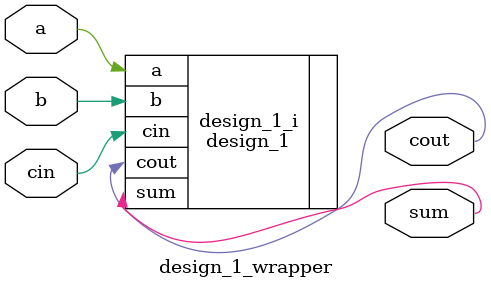
<source format=v>
`timescale 1 ps / 1 ps

module design_1_wrapper
   (a,
    b,
    cin,
    cout,
    sum);
  input a;
  input b;
  input cin;
  output [0:0]cout;
  output sum;

  wire a;
  wire b;
  wire cin;
  wire [0:0]cout;
  wire sum;

  design_1 design_1_i
       (.a(a),
        .b(b),
        .cin(cin),
        .cout(cout),
        .sum(sum));
endmodule

</source>
